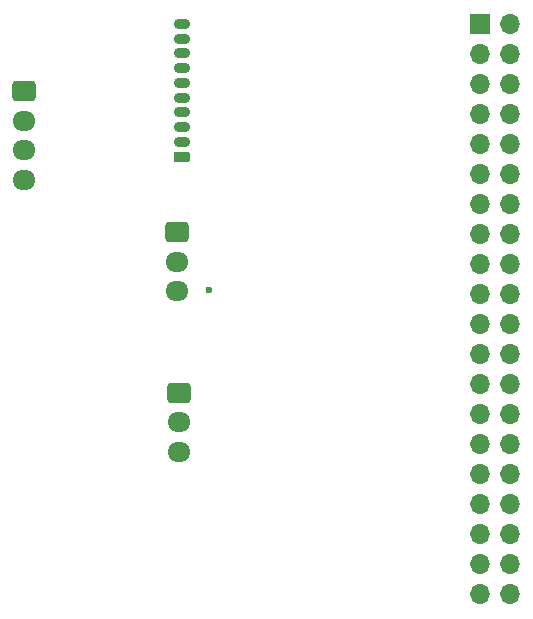
<source format=gbr>
%TF.GenerationSoftware,KiCad,Pcbnew,8.0.7*%
%TF.CreationDate,2025-01-03T13:54:27+07:00*%
%TF.ProjectId,Project Air bersih,50726f6a-6563-4742-9041-697220626572,rev?*%
%TF.SameCoordinates,Original*%
%TF.FileFunction,Copper,L1,Top*%
%TF.FilePolarity,Positive*%
%FSLAX46Y46*%
G04 Gerber Fmt 4.6, Leading zero omitted, Abs format (unit mm)*
G04 Created by KiCad (PCBNEW 8.0.7) date 2025-01-03 13:54:27*
%MOMM*%
%LPD*%
G01*
G04 APERTURE LIST*
G04 Aperture macros list*
%AMRoundRect*
0 Rectangle with rounded corners*
0 $1 Rounding radius*
0 $2 $3 $4 $5 $6 $7 $8 $9 X,Y pos of 4 corners*
0 Add a 4 corners polygon primitive as box body*
4,1,4,$2,$3,$4,$5,$6,$7,$8,$9,$2,$3,0*
0 Add four circle primitives for the rounded corners*
1,1,$1+$1,$2,$3*
1,1,$1+$1,$4,$5*
1,1,$1+$1,$6,$7*
1,1,$1+$1,$8,$9*
0 Add four rect primitives between the rounded corners*
20,1,$1+$1,$2,$3,$4,$5,0*
20,1,$1+$1,$4,$5,$6,$7,0*
20,1,$1+$1,$6,$7,$8,$9,0*
20,1,$1+$1,$8,$9,$2,$3,0*%
G04 Aperture macros list end*
%TA.AperFunction,ComponentPad*%
%ADD10RoundRect,0.250000X-0.725000X0.600000X-0.725000X-0.600000X0.725000X-0.600000X0.725000X0.600000X0*%
%TD*%
%TA.AperFunction,ComponentPad*%
%ADD11O,1.950000X1.700000*%
%TD*%
%TA.AperFunction,ComponentPad*%
%ADD12RoundRect,0.225000X0.475000X-0.225000X0.475000X0.225000X-0.475000X0.225000X-0.475000X-0.225000X0*%
%TD*%
%TA.AperFunction,ComponentPad*%
%ADD13O,1.400000X0.900000*%
%TD*%
%TA.AperFunction,ComponentPad*%
%ADD14R,1.700000X1.700000*%
%TD*%
%TA.AperFunction,ComponentPad*%
%ADD15O,1.700000X1.700000*%
%TD*%
%TA.AperFunction,ViaPad*%
%ADD16C,0.600000*%
%TD*%
G04 APERTURE END LIST*
D10*
%TO.P,Ultrasonic1,1,Pin_1*%
%TO.N,SDA*%
X119380000Y-43514000D03*
D11*
%TO.P,Ultrasonic1,2,Pin_2*%
%TO.N,SCL*%
X119380000Y-46014000D03*
%TO.P,Ultrasonic1,3,Pin_3*%
%TO.N,GND*%
X119380000Y-48514000D03*
%TO.P,Ultrasonic1,4,Pin_4*%
%TO.N,+3.3V*%
X119380000Y-51014000D03*
%TD*%
D10*
%TO.P,Turbidity1,1,Pin_1*%
%TO.N,A1*%
X132461000Y-69041000D03*
D11*
%TO.P,Turbidity1,2,Pin_2*%
%TO.N,+3.3V*%
X132461000Y-71541000D03*
%TO.P,Turbidity1,3,Pin_3*%
%TO.N,GND*%
X132461000Y-74041000D03*
%TD*%
D12*
%TO.P,ADS115,1,Pin_1*%
%TO.N,+3.3V*%
X132707000Y-49059000D03*
D13*
%TO.P,ADS115,2,Pin_2*%
%TO.N,GND*%
X132707000Y-47809000D03*
%TO.P,ADS115,3,Pin_3*%
%TO.N,SCL*%
X132707000Y-46559000D03*
%TO.P,ADS115,4,Pin_4*%
%TO.N,SDA*%
X132707000Y-45309000D03*
%TO.P,ADS115,5,Pin_5*%
%TO.N,unconnected-(ADS115-Pin_5-Pad5)*%
X132707000Y-44059000D03*
%TO.P,ADS115,6,Pin_6*%
%TO.N,unconnected-(ADS115-Pin_6-Pad6)*%
X132707000Y-42809000D03*
%TO.P,ADS115,7,Pin_7*%
%TO.N,A0*%
X132707000Y-41559000D03*
%TO.P,ADS115,8,Pin_8*%
%TO.N,A1*%
X132707000Y-40309000D03*
%TO.P,ADS115,9,Pin_9*%
%TO.N,unconnected-(ADS115-Pin_9-Pad9)*%
X132707000Y-39059000D03*
%TO.P,ADS115,10,Pin_10*%
%TO.N,unconnected-(ADS115-Pin_10-Pad10)*%
X132707000Y-37809000D03*
%TD*%
D14*
%TO.P,J1,1,3V3*%
%TO.N,+3.3V*%
X157988000Y-37846000D03*
D15*
%TO.P,J1,2,5V*%
%TO.N,Net-(J1-5V-Pad2)*%
X160528000Y-37846000D03*
%TO.P,J1,3,SDA/GPIO2*%
%TO.N,SDA*%
X157988000Y-40386000D03*
%TO.P,J1,4,5V*%
%TO.N,Net-(J1-5V-Pad2)*%
X160528000Y-40386000D03*
%TO.P,J1,5,SCL/GPIO3*%
%TO.N,SCL*%
X157988000Y-42926000D03*
%TO.P,J1,6,GND*%
%TO.N,GND*%
X160528000Y-42926000D03*
%TO.P,J1,7,GCLK0/GPIO4*%
%TO.N,unconnected-(J1-GCLK0{slash}GPIO4-Pad7)*%
X157988000Y-45466000D03*
%TO.P,J1,8,GPIO14/TXD*%
%TO.N,unconnected-(J1-GPIO14{slash}TXD-Pad8)*%
X160528000Y-45466000D03*
%TO.P,J1,9,GND*%
%TO.N,GND*%
X157988000Y-48006000D03*
%TO.P,J1,10,GPIO15/RXD*%
%TO.N,unconnected-(J1-GPIO15{slash}RXD-Pad10)*%
X160528000Y-48006000D03*
%TO.P,J1,11,GPIO17*%
%TO.N,unconnected-(J1-GPIO17-Pad11)*%
X157988000Y-50546000D03*
%TO.P,J1,12,GPIO18/PWM0*%
%TO.N,unconnected-(J1-GPIO18{slash}PWM0-Pad12)*%
X160528000Y-50546000D03*
%TO.P,J1,13,GPIO27*%
%TO.N,unconnected-(J1-GPIO27-Pad13)*%
X157988000Y-53086000D03*
%TO.P,J1,14,GND*%
%TO.N,GND*%
X160528000Y-53086000D03*
%TO.P,J1,15,GPIO22*%
%TO.N,unconnected-(J1-GPIO22-Pad15)*%
X157988000Y-55626000D03*
%TO.P,J1,16,GPIO23*%
%TO.N,unconnected-(J1-GPIO23-Pad16)*%
X160528000Y-55626000D03*
%TO.P,J1,17,3V3*%
%TO.N,+3.3V*%
X157988000Y-58166000D03*
%TO.P,J1,18,GPIO24*%
%TO.N,unconnected-(J1-GPIO24-Pad18)*%
X160528000Y-58166000D03*
%TO.P,J1,19,MOSI0/GPIO10*%
%TO.N,unconnected-(J1-MOSI0{slash}GPIO10-Pad19)*%
X157988000Y-60706000D03*
%TO.P,J1,20,GND*%
%TO.N,GND*%
X160528000Y-60706000D03*
%TO.P,J1,21,MISO0/GPIO9*%
%TO.N,unconnected-(J1-MISO0{slash}GPIO9-Pad21)*%
X157988000Y-63246000D03*
%TO.P,J1,22,GPIO25*%
%TO.N,unconnected-(J1-GPIO25-Pad22)*%
X160528000Y-63246000D03*
%TO.P,J1,23,SCLK0/GPIO11*%
%TO.N,unconnected-(J1-SCLK0{slash}GPIO11-Pad23)*%
X157988000Y-65786000D03*
%TO.P,J1,24,~{CE0}/GPIO8*%
%TO.N,unconnected-(J1-~{CE0}{slash}GPIO8-Pad24)*%
X160528000Y-65786000D03*
%TO.P,J1,25,GND*%
%TO.N,GND*%
X157988000Y-68326000D03*
%TO.P,J1,26,~{CE1}/GPIO7*%
%TO.N,unconnected-(J1-~{CE1}{slash}GPIO7-Pad26)*%
X160528000Y-68326000D03*
%TO.P,J1,27,ID_SD/GPIO0*%
%TO.N,unconnected-(J1-ID_SD{slash}GPIO0-Pad27)*%
X157988000Y-70866000D03*
%TO.P,J1,28,ID_SC/GPIO1*%
%TO.N,unconnected-(J1-ID_SC{slash}GPIO1-Pad28)*%
X160528000Y-70866000D03*
%TO.P,J1,29,GCLK1/GPIO5*%
%TO.N,unconnected-(J1-GCLK1{slash}GPIO5-Pad29)*%
X157988000Y-73406000D03*
%TO.P,J1,30,GND*%
%TO.N,GND*%
X160528000Y-73406000D03*
%TO.P,J1,31,GCLK2/GPIO6*%
%TO.N,unconnected-(J1-GCLK2{slash}GPIO6-Pad31)*%
X157988000Y-75946000D03*
%TO.P,J1,32,PWM0/GPIO12*%
%TO.N,unconnected-(J1-PWM0{slash}GPIO12-Pad32)*%
X160528000Y-75946000D03*
%TO.P,J1,33,PWM1/GPIO13*%
%TO.N,unconnected-(J1-PWM1{slash}GPIO13-Pad33)*%
X157988000Y-78486000D03*
%TO.P,J1,34,GND*%
%TO.N,GND*%
X160528000Y-78486000D03*
%TO.P,J1,35,GPIO19/MISO1*%
%TO.N,unconnected-(J1-GPIO19{slash}MISO1-Pad35)*%
X157988000Y-81026000D03*
%TO.P,J1,36,GPIO16*%
%TO.N,unconnected-(J1-GPIO16-Pad36)*%
X160528000Y-81026000D03*
%TO.P,J1,37,GPIO26*%
%TO.N,unconnected-(J1-GPIO26-Pad37)*%
X157988000Y-83566000D03*
%TO.P,J1,38,GPIO20/MOSI1*%
%TO.N,unconnected-(J1-GPIO20{slash}MOSI1-Pad38)*%
X160528000Y-83566000D03*
%TO.P,J1,39,GND*%
%TO.N,GND*%
X157988000Y-86106000D03*
%TO.P,J1,40,GPIO21/SCLK1*%
%TO.N,unconnected-(J1-GPIO21{slash}SCLK1-Pad40)*%
X160528000Y-86106000D03*
%TD*%
D10*
%TO.P,PH1,1,Pin_1*%
%TO.N,A0*%
X132334000Y-55452000D03*
D11*
%TO.P,PH1,2,Pin_2*%
%TO.N,+3.3V*%
X132334000Y-57952000D03*
%TO.P,PH1,3,Pin_3*%
%TO.N,GND*%
X132334000Y-60452000D03*
%TD*%
D16*
%TO.N,GND*%
X135064500Y-60388500D03*
%TD*%
M02*

</source>
